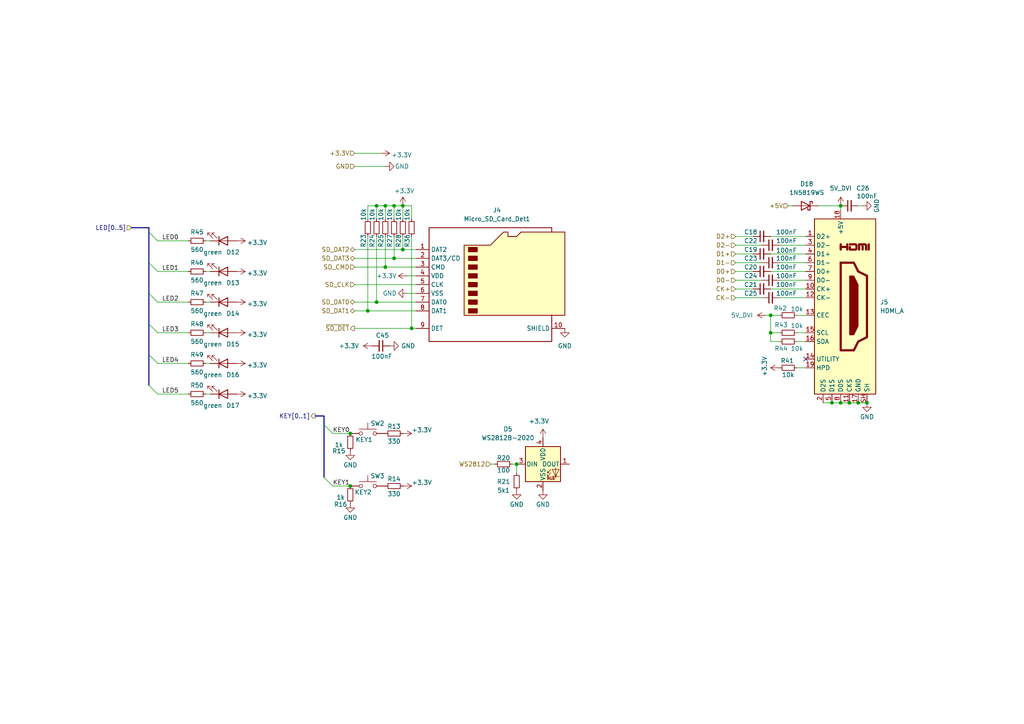
<source format=kicad_sch>
(kicad_sch (version 20250114) (generator "eeschema") (generator_version "9.0")
  (paper "A4")
  (lib_symbols
    (symbol "+3V3_1" (power) (pin_numbers (hide yes)) (pin_names (offset 0) (hide yes))
      (property "Value" "+3V3" (at 0 3.556 0))
      (symbol "+3V3_1_0_1"
        (polyline (pts (xy -0.762 1.27) (xy 0 2.54)))
        (polyline (pts (xy 0 2.54) (xy 0.762 1.27)))
        (polyline (pts (xy 0 0) (xy 0 2.54)))
      )
      (symbol "+3V3_1_1_1"
        (pin power_in line (at 0 0 90) (length 0) (name "~") (number "1"))
      )
    )
    (symbol "Connector:HDMI_A"
      (property "Reference" "J" (at -6.35 26.67 0))
      (property "Value" "HDMI_A" (at 10.16 26.67 0))
      (symbol "HDMI_A_0_0"
        (polyline (pts (xy 0 16.51) (xy 0 18.034) (xy 0 17.272) (xy 1.905 17.272) (xy 1.905 18.034) (xy 1.905 16.51)) (stroke (width 0.635)))
        (polyline (pts (xy 2.667 18.034) (xy 4.318 18.034) (xy 4.572 17.78) (xy 4.572 16.764) (xy 4.318 16.51) (xy 2.667 16.51) (xy 2.667 17.272)) (stroke (width 0.635)))
        (polyline (pts (xy 8.128 16.51) (xy 8.128 18.034)) (stroke (width 0.635)))
      )
      (symbol "HDMI_A_0_1"
        (rectangle (start -7.62 25.4) (end 10.16 -25.4) (stroke (width 0.254)) (fill (type background)))
        (polyline (pts (xy 0 12.7) (xy 0 -12.7) (xy 3.81 -12.7) (xy 5.08 -10.16) (xy 7.62 -8.89) (xy 7.62 8.89) (xy 5.08 10.16) (xy 3.81 12.7) (xy 0 12.7)) (stroke (width 0.635)))
        (polyline (pts (xy 2.54 8.89) (xy 3.81 8.89) (xy 5.08 6.35) (xy 5.08 -5.715) (xy 3.81 -8.255) (xy 2.54 -8.255) (xy 2.54 8.89)) (fill (type outline)))
        (polyline (pts (xy 5.334 16.51) (xy 5.334 18.034) (xy 6.35 18.034) (xy 6.35 16.51) (xy 6.35 18.034) (xy 7.112 18.034) (xy 7.366 17.78) (xy 7.366 16.51)) (stroke (width 0.635)))
      )
      (symbol "HDMI_A_1_1"
        (pin passive line (at -10.16 20.32 0) (length 2.54) (name "D2+") (number "1"))
        (pin passive line (at -10.16 17.78 0) (length 2.54) (name "D2-") (number "3"))
        (pin passive line (at -10.16 15.24 0) (length 2.54) (name "D1+") (number "4"))
        (pin passive line (at -10.16 12.7 0) (length 2.54) (name "D1-") (number "6"))
        (pin passive line (at -10.16 10.16 0) (length 2.54) (name "D0+") (number "7"))
        (pin passive line (at -10.16 7.62 0) (length 2.54) (name "D0-") (number "9"))
        (pin passive line (at -10.16 5.08 0) (length 2.54) (name "CK+") (number "10"))
        (pin passive line (at -10.16 2.54 0) (length 2.54) (name "CK-") (number "12"))
        (pin bidirectional line (at -10.16 -2.54 0) (length 2.54) (name "CEC") (number "13"))
        (pin passive line (at -10.16 -7.62 0) (length 2.54) (name "SCL") (number "15"))
        (pin bidirectional line (at -10.16 -10.16 0) (length 2.54) (name "SDA") (number "16"))
        (pin passive line (at -10.16 -15.24 0) (length 2.54) (name "UTILITY") (number "14"))
        (pin passive line (at -10.16 -17.78 0) (length 2.54) (name "HPD") (number "19"))
        (pin power_in line (at -5.08 -27.94 90) (length 2.54) (name "D2S") (number "2"))
        (pin power_in line (at -2.54 -27.94 90) (length 2.54) (name "D1S") (number "5"))
        (pin power_in line (at 0 27.94 270) (length 2.54) (name "+5V") (number "18"))
        (pin power_in line (at 0 -27.94 90) (length 2.54) (name "D0S") (number "8"))
        (pin power_in line (at 2.54 -27.94 90) (length 2.54) (name "CKS") (number "11"))
        (pin power_in line (at 5.08 -27.94 90) (length 2.54) (name "GND") (number "17"))
        (pin passive line (at 7.62 -27.94 90) (length 2.54) (name "SH") (number "SH"))
      )
    )
    (symbol "Connector:Micro_SD_Card_Det1"
      (property "Reference" "J" (at -16.51 17.78 0))
      (property "Value" "Micro_SD_Card_Det1" (at 16.51 17.78 0))
      (symbol "Micro_SD_Card_Det1_0_1"
        (polyline (pts (xy -8.89 -8.89) (xy -8.89 11.43) (xy -1.27 11.43) (xy 2.54 15.24) (xy 3.81 15.24) (xy 3.81 13.97) (xy 6.35 13.97) (xy 7.62 15.24) (xy 20.32 15.24) (xy 20.32 -8.89) (xy -8.89 -8.89)) (stroke (width 0.254)) (fill (type background)))
        (rectangle (start -7.62 10.795) (end -5.08 9.525) (stroke (width 0.254)) (fill (type outline)))
        (rectangle (start -7.62 8.255) (end -5.08 6.985) (stroke (width 0.254)) (fill (type outline)))
        (rectangle (start -7.62 5.715) (end -5.08 4.445) (stroke (width 0.254)) (fill (type outline)))
        (rectangle (start -7.62 3.175) (end -5.08 1.905) (stroke (width 0.254)) (fill (type outline)))
        (rectangle (start -7.62 0.635) (end -5.08 -0.635) (stroke (width 0.254)) (fill (type outline)))
        (rectangle (start -7.62 -1.905) (end -5.08 -3.175) (stroke (width 0.254)) (fill (type outline)))
        (rectangle (start -7.62 -4.445) (end -5.08 -5.715) (stroke (width 0.254)) (fill (type outline)))
        (rectangle (start -7.62 -6.985) (end -5.08 -8.255) (stroke (width 0.254)) (fill (type outline)))
        (polyline (pts (xy 16.51 15.24) (xy 16.51 16.51) (xy -19.05 16.51) (xy -19.05 -16.51) (xy 16.51 -16.51) (xy 16.51 -8.89)) (stroke (width 0.254)))
      )
      (symbol "Micro_SD_Card_Det1_1_1"
        (pin bidirectional line (at -22.86 10.16 0) (length 3.81) (name "DAT2") (number "1"))
        (pin bidirectional line (at -22.86 7.62 0) (length 3.81) (name "DAT3/CD") (number "2"))
        (pin input line (at -22.86 5.08 0) (length 3.81) (name "CMD") (number "3"))
        (pin power_in line (at -22.86 2.54 0) (length 3.81) (name "VDD") (number "4"))
        (pin input line (at -22.86 0 0) (length 3.81) (name "CLK") (number "5"))
        (pin power_in line (at -22.86 -2.54 0) (length 3.81) (name "VSS") (number "6"))
        (pin bidirectional line (at -22.86 -5.08 0) (length 3.81) (name "DAT0") (number "7"))
        (pin bidirectional line (at -22.86 -7.62 0) (length 3.81) (name "DAT1") (number "8"))
        (pin passive line (at -22.86 -12.7 0) (length 3.81) (name "DET") (number "9"))
        (pin passive line (at 20.32 -12.7 180) (length 3.81) (name "SHIELD") (number "10"))
      )
    )
    (symbol "Device:C_Small" (pin_numbers (hide yes)) (pin_names (offset 0.254) (hide yes))
      (property "Reference" "C" (at 0.254 1.778 0))
      (property "Value" "C_Small" (at 0.254 -2.032 0))
      (symbol "C_Small_0_1"
        (polyline (pts (xy -1.524 0.508) (xy 1.524 0.508)) (stroke (width 0.3048)))
        (polyline (pts (xy -1.524 -0.508) (xy 1.524 -0.508)) (stroke (width 0.3302)))
      )
      (symbol "C_Small_1_1"
        (pin passive line (at 0 2.54 270) (length 2.032) (name "~") (number "1"))
        (pin passive line (at 0 -2.54 90) (length 2.032) (name "~") (number "2"))
      )
    )
    (symbol "Device:LED" (pin_numbers (hide yes)) (pin_names (offset 1.016) (hide yes))
      (property "Reference" "D" (at 0 2.54 0))
      (property "Value" "LED" (at 0 -2.54 0))
      (symbol "LED_0_1"
        (polyline (pts (xy -3.048 -0.762) (xy -4.572 -2.286) (xy -3.81 -2.286) (xy -4.572 -2.286) (xy -4.572 -1.524)))
        (polyline (pts (xy -1.778 -0.762) (xy -3.302 -2.286) (xy -2.54 -2.286) (xy -3.302 -2.286) (xy -3.302 -1.524)))
        (polyline (pts (xy -1.27 0) (xy 1.27 0)))
        (polyline (pts (xy -1.27 -1.27) (xy -1.27 1.27)) (stroke (width 0.254)))
        (polyline (pts (xy 1.27 -1.27) (xy 1.27 1.27) (xy -1.27 0) (xy 1.27 -1.27)) (stroke (width 0.254)))
      )
      (symbol "LED_1_1"
        (pin passive line (at -3.81 0 0) (length 2.54) (name "K") (number "1"))
        (pin passive line (at 3.81 0 180) (length 2.54) (name "A") (number "2"))
      )
    )
    (symbol "Device:R_Small" (pin_numbers (hide yes)) (pin_names (offset 0.254) (hide yes))
      (property "Reference" "R" (at 0.762 0.508 0))
      (property "Value" "R_Small" (at 0.762 -1.016 0))
      (symbol "R_Small_0_1"
        (rectangle (start -0.762 1.778) (end 0.762 -1.778) (stroke (width 0.2032)))
      )
      (symbol "R_Small_1_1"
        (pin passive line (at 0 2.54 270) (length 0.762) (name "~") (number "1"))
        (pin passive line (at 0 -2.54 90) (length 0.762) (name "~") (number "2"))
      )
    )
    (symbol "Diode:1N5819WS" (pin_numbers (hide yes)) (pin_names (offset 1.016) (hide yes))
      (property "Reference" "D" (at 0 2.54 0))
      (property "Value" "1N5819WS" (at 0 -2.54 0))
      (symbol "1N5819WS_0_1"
        (polyline (pts (xy -1.905 0.635) (xy -1.905 1.27) (xy -1.27 1.27) (xy -1.27 -1.27) (xy -0.635 -1.27) (xy -0.635 -0.635)) (stroke (width 0.254)))
        (polyline (pts (xy 1.27 1.27) (xy 1.27 -1.27) (xy -1.27 0) (xy 1.27 1.27)) (stroke (width 0.254)))
        (polyline (pts (xy 1.27 0) (xy -1.27 0)))
      )
      (symbol "1N5819WS_1_1"
        (pin passive line (at -3.81 0 0) (length 2.54) (name "K") (number "1"))
        (pin passive line (at 3.81 0 180) (length 2.54) (name "A") (number "2"))
      )
    )
    (symbol "LED:WS2812B-2020" (pin_names (offset 0.254))
      (property "Reference" "D" (at 5.08 5.715 0))
      (property "Value" "WS2812B-2020" (at 1.27 -5.715 0))
      (symbol "WS2812B-2020_0_0"
        (text "RGB" (at 2.286 -4.191 0) (effects (font (size 0.762 0.762))))
      )
      (symbol "WS2812B-2020_0_1"
        (polyline (pts (xy 1.27 -2.54) (xy 1.778 -2.54)))
        (polyline (pts (xy 1.27 -3.556) (xy 1.778 -3.556)))
        (polyline (pts (xy 2.286 -1.524) (xy 1.27 -2.54) (xy 1.27 -2.032)))
        (polyline (pts (xy 2.286 -2.54) (xy 1.27 -3.556) (xy 1.27 -3.048)))
        (polyline (pts (xy 3.683 -1.016) (xy 3.683 -3.556) (xy 3.683 -4.064)))
        (polyline (pts (xy 4.699 -1.524) (xy 2.667 -1.524) (xy 3.683 -3.556) (xy 4.699 -1.524)))
        (polyline (pts (xy 4.699 -3.556) (xy 2.667 -3.556)))
        (rectangle (start 5.08 5.08) (end -5.08 -5.08) (stroke (width 0.254)) (fill (type background)))
      )
      (symbol "WS2812B-2020_1_1"
        (pin input line (at -7.62 0 0) (length 2.54) (name "DIN") (number "3"))
        (pin power_in line (at 0 7.62 270) (length 2.54) (name "VDD") (number "4"))
        (pin power_in line (at 0 -7.62 90) (length 2.54) (name "VSS") (number "2"))
        (pin output line (at 7.62 0 180) (length 2.54) (name "DOUT") (number "1"))
      )
    )
    (symbol "Switch:SW_Push" (pin_numbers (hide yes)) (pin_names (offset 1.016) (hide yes))
      (property "Reference" "SW" (at 1.27 2.54 0))
      (property "Value" "SW_Push" (at 0 -1.524 0))
      (symbol "SW_Push_0_1"
        (circle (center -2.032 0) (radius 0.508))
        (polyline (pts (xy 0 1.27) (xy 0 3.048)))
        (circle (center 2.032 0) (radius 0.508))
        (polyline (pts (xy 2.54 1.27) (xy -2.54 1.27)))
        (pin passive line (at -5.08 0 0) (length 2.54) (name "1") (number "1"))
        (pin passive line (at 5.08 0 180) (length 2.54) (name "2") (number "2"))
      )
    )
    (symbol "power:+5V" (power) (pin_numbers (hide yes)) (pin_names (offset 0) (hide yes))
      (property "Value" "+5V" (at 0 3.556 0))
      (symbol "+5V_0_1"
        (polyline (pts (xy -0.762 1.27) (xy 0 2.54)))
        (polyline (pts (xy 0 2.54) (xy 0.762 1.27)))
        (polyline (pts (xy 0 0) (xy 0 2.54)))
      )
      (symbol "+5V_1_1"
        (pin power_in line (at 0 0 90) (length 0) (name "~") (number "1"))
      )
    )
    (symbol "power:GND" (power) (pin_numbers (hide yes)) (pin_names (offset 0) (hide yes))
      (property "Value" "GND" (at 0 -3.81 0))
      (symbol "GND_0_1"
        (polyline (pts (xy 0 0) (xy 0 -1.27) (xy 1.27 -1.27) (xy 0 -2.54) (xy -1.27 -1.27) (xy 0 -1.27)))
      )
      (symbol "GND_1_1"
        (pin power_in line (at 0 0 270) (length 0) (name "~") (number "1"))
      )
    )
  )
  (junction (at 114.3 59.69))
  (junction (at 101.6 125.73))
  (junction (at 101.6 140.97))
  (junction (at 149.86 134.62))
  (junction (at 116.84 72.39))
  (junction (at 246.38 116.84))
  (junction (at 223.52 96.52))
  (junction (at 243.84 116.84))
  (junction (at 114.3 74.93))
  (junction (at 109.22 87.63))
  (junction (at 111.76 59.69))
  (junction (at 119.38 95.25))
  (junction (at 241.3 116.84))
  (junction (at 106.68 90.17))
  (junction (at 251.46 116.84))
  (junction (at 111.76 77.47))
  (junction (at 223.52 91.44))
  (junction (at 109.22 59.69))
  (junction (at 248.92 116.84))
  (junction (at 243.84 59.69))
  (junction (at 116.84 59.69))
  (no_connect (at 233.68 104.14))
  (bus_entry (at 43.18 85.09) (size 2.54 2.54))
  (bus_entry (at 43.18 76.2) (size 2.54 2.54))
  (bus_entry (at 93.98 123.19) (size 2.54 2.54))
  (bus_entry (at 43.18 67.31) (size 2.54 2.54))
  (bus_entry (at 43.18 111.76) (size 2.54 2.54))
  (bus_entry (at 93.98 138.43) (size 2.54 2.54))
  (bus_entry (at 43.18 102.87) (size 2.54 2.54))
  (bus_entry (at 43.18 93.98) (size 2.54 2.54))
  (wire (pts (xy 213.36 81.28) (xy 220.98 81.28)))
  (wire (pts (xy 250.19 59.69) (xy 248.92 59.69)))
  (wire (pts (xy 111.76 77.47) (xy 120.65 77.47)))
  (wire (pts (xy 116.84 72.39) (xy 120.65 72.39)))
  (wire (pts (xy 223.52 91.44) (xy 223.52 96.52)))
  (bus (pts (xy 43.18 102.87) (xy 43.18 111.76)))
  (wire (pts (xy 231.14 99.06) (xy 233.68 99.06)))
  (wire (pts (xy 226.06 81.28) (xy 233.68 81.28)))
  (wire (pts (xy 111.76 68.58) (xy 111.76 77.47)))
  (wire (pts (xy 111.76 59.69) (xy 114.3 59.69)))
  (wire (pts (xy 223.52 96.52) (xy 223.52 99.06)))
  (wire (pts (xy 119.38 95.25) (xy 120.65 95.25)))
  (wire (pts (xy 102.87 95.25) (xy 119.38 95.25)))
  (wire (pts (xy 223.52 83.82) (xy 233.68 83.82)))
  (wire (pts (xy 241.3 116.84) (xy 243.84 116.84)))
  (bus (pts (xy 91.44 120.65) (xy 93.98 120.65)))
  (wire (pts (xy 59.69 69.85) (xy 60.96 69.85)))
  (wire (pts (xy 106.68 59.69) (xy 109.22 59.69)))
  (wire (pts (xy 243.84 116.84) (xy 246.38 116.84)))
  (wire (pts (xy 59.69 78.74) (xy 60.96 78.74)))
  (wire (pts (xy 118.11 80.01) (xy 120.65 80.01)))
  (wire (pts (xy 110.49 44.45) (xy 102.87 44.45)))
  (wire (pts (xy 45.72 114.3) (xy 54.61 114.3)))
  (wire (pts (xy 59.69 96.52) (xy 60.96 96.52)))
  (bus (pts (xy 43.18 66.04) (xy 43.18 67.31)))
  (wire (pts (xy 213.36 86.36) (xy 220.98 86.36)))
  (wire (pts (xy 213.36 83.82) (xy 218.44 83.82)))
  (wire (pts (xy 213.36 76.2) (xy 220.98 76.2)))
  (wire (pts (xy 237.49 59.69) (xy 243.84 59.69)))
  (wire (pts (xy 114.3 59.69) (xy 114.3 63.5)))
  (wire (pts (xy 222.25 91.44) (xy 223.52 91.44)))
  (wire (pts (xy 149.86 134.62) (xy 149.86 137.16)))
  (wire (pts (xy 223.52 68.58) (xy 233.68 68.58)))
  (wire (pts (xy 109.22 59.69) (xy 111.76 59.69)))
  (wire (pts (xy 102.87 90.17) (xy 106.68 90.17)))
  (wire (pts (xy 59.69 114.3) (xy 60.96 114.3)))
  (wire (pts (xy 231.14 91.44) (xy 233.68 91.44)))
  (wire (pts (xy 116.84 68.58) (xy 116.84 72.39)))
  (wire (pts (xy 116.84 59.69) (xy 116.84 63.5)))
  (bus (pts (xy 43.18 93.98) (xy 43.18 102.87)))
  (wire (pts (xy 102.87 87.63) (xy 109.22 87.63)))
  (wire (pts (xy 226.06 71.12) (xy 233.68 71.12)))
  (wire (pts (xy 102.87 74.93) (xy 114.3 74.93)))
  (wire (pts (xy 223.52 78.74) (xy 233.68 78.74)))
  (bus (pts (xy 43.18 67.31) (xy 43.18 76.2)))
  (wire (pts (xy 223.52 73.66) (xy 233.68 73.66)))
  (bus (pts (xy 43.18 76.2) (xy 43.18 85.09)))
  (bus (pts (xy 93.98 123.19) (xy 93.98 138.43)))
  (wire (pts (xy 226.06 99.06) (xy 223.52 99.06)))
  (wire (pts (xy 213.36 73.66) (xy 218.44 73.66)))
  (wire (pts (xy 106.68 90.17) (xy 106.68 68.58)))
  (wire (pts (xy 96.52 140.97) (xy 101.6 140.97)))
  (wire (pts (xy 102.87 48.26) (xy 111.76 48.26)))
  (bus (pts (xy 38.1 66.04) (xy 43.18 66.04)))
  (wire (pts (xy 223.52 91.44) (xy 226.06 91.44)))
  (wire (pts (xy 102.87 72.39) (xy 116.84 72.39)))
  (wire (pts (xy 228.6 59.69) (xy 229.87 59.69)))
  (wire (pts (xy 111.76 59.69) (xy 111.76 63.5)))
  (wire (pts (xy 114.3 68.58) (xy 114.3 74.93)))
  (wire (pts (xy 118.11 85.09) (xy 120.65 85.09)))
  (wire (pts (xy 213.36 71.12) (xy 220.98 71.12)))
  (wire (pts (xy 213.36 78.74) (xy 218.44 78.74)))
  (wire (pts (xy 246.38 116.84) (xy 248.92 116.84)))
  (wire (pts (xy 109.22 68.58) (xy 109.22 87.63)))
  (wire (pts (xy 45.72 96.52) (xy 54.61 96.52)))
  (wire (pts (xy 109.22 87.63) (xy 120.65 87.63)))
  (wire (pts (xy 45.72 69.85) (xy 54.61 69.85)))
  (wire (pts (xy 223.52 96.52) (xy 226.06 96.52)))
  (wire (pts (xy 45.72 87.63) (xy 54.61 87.63)))
  (wire (pts (xy 114.3 74.93) (xy 120.65 74.93)))
  (wire (pts (xy 238.76 116.84) (xy 241.3 116.84)))
  (wire (pts (xy 119.38 59.69) (xy 119.38 63.5)))
  (wire (pts (xy 59.69 87.63) (xy 60.96 87.63)))
  (wire (pts (xy 213.36 68.58) (xy 218.44 68.58)))
  (wire (pts (xy 226.06 86.36) (xy 233.68 86.36)))
  (wire (pts (xy 96.52 125.73) (xy 101.6 125.73)))
  (wire (pts (xy 116.84 59.69) (xy 119.38 59.69)))
  (wire (pts (xy 45.72 78.74) (xy 54.61 78.74)))
  (wire (pts (xy 114.3 59.69) (xy 116.84 59.69)))
  (wire (pts (xy 243.84 59.69) (xy 243.84 60.96)))
  (wire (pts (xy 142.24 134.62) (xy 143.51 134.62)))
  (wire (pts (xy 231.14 96.52) (xy 233.68 96.52)))
  (wire (pts (xy 59.69 105.41) (xy 60.96 105.41)))
  (wire (pts (xy 102.87 77.47) (xy 111.76 77.47)))
  (bus (pts (xy 93.98 120.65) (xy 93.98 123.19)))
  (bus (pts (xy 43.18 85.09) (xy 43.18 93.98)))
  (wire (pts (xy 45.72 105.41) (xy 54.61 105.41)))
  (wire (pts (xy 106.68 90.17) (xy 120.65 90.17)))
  (wire (pts (xy 119.38 68.58) (xy 119.38 95.25)))
  (wire (pts (xy 226.06 76.2) (xy 233.68 76.2)))
  (wire (pts (xy 148.59 134.62) (xy 149.86 134.62)))
  (wire (pts (xy 109.22 59.69) (xy 109.22 63.5)))
  (wire (pts (xy 102.87 82.55) (xy 120.65 82.55)))
  (wire (pts (xy 231.14 106.68) (xy 233.68 106.68)))
  (wire (pts (xy 106.68 63.5) (xy 106.68 59.69)))
  (wire (pts (xy 248.92 116.84) (xy 251.46 116.84)))
  (label "LED1" (at 46.99 78.74 0))
  (label "LED2" (at 46.99 87.63 0))
  (label "KEY0" (at 96.52 125.73 0))
  (label "LED3" (at 46.99 96.52 0))
  (label "LED5" (at 46.99 114.3 0))
  (label "LED4" (at 46.99 105.41 0))
  (label "LED0" (at 46.99 69.85 0))
  (label "KEY1" (at 96.52 140.97 0))
  (hierarchical_label "LED[0..5]" (shape input) (at 38.1 66.04 180))
  (hierarchical_label "D0-" (shape input) (at 213.36 81.28 180))
  (hierarchical_label "CK-" (shape input) (at 213.36 86.36 180))
  (hierarchical_label "D0+" (shape input) (at 213.36 78.74 180))
  (hierarchical_label "SD_CLK" (shape input) (at 102.87 82.55 180))
  (hierarchical_label "WS2812" (shape input) (at 142.24 134.62 180))
  (hierarchical_label "D1+" (shape input) (at 213.36 73.66 180))
  (hierarchical_label "KEY[0..1]" (shape output) (at 91.44 120.65 180))
  (hierarchical_label "GND" (shape input) (at 102.87 48.26 180))
  (hierarchical_label "~{SD_DET}" (shape output) (at 102.87 95.25 180))
  (hierarchical_label "D2+" (shape input) (at 213.36 68.58 180))
  (hierarchical_label "+5V" (shape input) (at 228.6 59.69 180))
  (hierarchical_label "CK+" (shape input) (at 213.36 83.82 180))
  (hierarchical_label "D1-" (shape input) (at 213.36 76.2 180))
  (hierarchical_label "SD_DAT0" (shape bidirectional) (at 102.87 87.63 180))
  (hierarchical_label "D2-" (shape input) (at 213.36 71.12 180))
  (hierarchical_label "SD_DAT1" (shape bidirectional) (at 102.87 90.17 180))
  (hierarchical_label "SD_CMD" (shape input) (at 102.87 77.47 180))
  (hierarchical_label "+3.3V" (shape input) (at 102.87 44.45 180))
  (hierarchical_label "SD_DAT3" (shape bidirectional) (at 102.87 74.93 180))
  (hierarchical_label "SD_DAT2" (shape bidirectional) (at 102.87 72.39 180))
  (symbol (lib_id "power:GND") (at 251.46 116.84 0) (unit 1)
    (property "Reference" "#PWR086" (effects (hide yes)))
    (property "Value" "GND" (at 251.46 120.904 0))
  )
  (symbol (lib_id "Device:LED") (at 64.77 78.74 0) (mirror x) (unit 1)
    (property "Reference" "D13" (at 67.564 82.042 0))
    (property "Value" "green" (at 61.722 82.042 0))
    (property "Footprint" "LED_SMD:LED_0805_2012Metric" (effects (hide yes)))
    (property "Description" "Light emitting diode" (effects (hide yes)))
    (property "Sim.Pins" "1=K 2=A" (effects (hide yes)))
    (property "LCSC" "C2297" (effects (hide yes)))
  )
  (symbol (lib_id "power:GND") (at 149.86 142.24 0) (unit 1)
    (property "Reference" "#PWR064" (effects (hide yes)))
    (property "Value" "GND" (at 149.86 146.304 0))
  )
  (symbol (lib_id "power:GND") (at 163.83 95.25 0) (unit 1)
    (property "Reference" "#PWR088" (effects (hide yes)))
    (property "Value" "GND" (at 163.83 100.33 0))
  )
  (symbol (lib_id "Device:R_Small") (at 101.6 128.27 0) (mirror y) (unit 1)
    (property "Reference" "R15" (at 98.298 130.81 0))
    (property "Value" "1k" (at 98.298 129.032 0))
    (property "Footprint" "Resistor_SMD:R_0402_1005Metric" (effects (hide yes)))
    (property "LCSC" "C11702" (effects (hide yes)))
  )
  (symbol (lib_id "Device:R_Small") (at 146.05 134.62 90) (unit 1)
    (property "Reference" "R20" (at 146.05 132.842 90))
    (property "Value" "100" (at 146.05 136.398 90))
    (property "Footprint" "Resistor_SMD:R_0402_1005Metric" (effects (hide yes)))
    (property "LCSC" "C11702" (effects (hide yes)))
  )
  (symbol (lib_name "+3V3_1") (lib_id "power:+3V3") (at 116.84 125.73 270) (unit 1)
    (property "Reference" "#PWR040" (effects (hide yes)))
    (property "Value" "+3.3V" (at 119.38 124.714 90) (effects (justify left)))
    (property "Description" "Power symbol creates a global label with name \"+3V3\"" (effects (hide yes)))
  )
  (symbol (lib_id "Device:C_Small") (at 223.52 71.12 90) (unit 1)
    (property "Reference" "C22" (at 219.71 69.85 90) (effects (justify left)))
    (property "Value" "100nF" (at 231.1399 69.85 90) (effects (justify left)))
    (property "Footprint" "Capacitor_SMD:C_0402_1005Metric" (effects (hide yes)))
    (property "LCSC" "C1525" (effects (hide yes)))
  )
  (symbol (lib_id "power:GND") (at 157.48 142.24 0) (unit 1)
    (property "Reference" "#PWR067" (effects (hide yes)))
    (property "Value" "GND" (at 157.48 146.304 0))
  )
  (symbol (lib_id "Device:R_Small") (at 57.15 87.63 90) (unit 1)
    (property "Reference" "R47" (at 57.15 85.09 90))
    (property "Value" "560" (at 57.15 90.17 90))
    (property "Footprint" "Resistor_SMD:R_0402_1005Metric" (effects (hide yes)))
    (property "LCSC" "C163460" (effects (hide yes)))
  )
  (symbol (lib_id "Device:C_Small") (at 110.49 100.33 270) (unit 1)
    (property "Reference" "C45" (at 108.966 97.282 90) (effects (justify left)))
    (property "Value" "100nF" (at 107.696 103.378 90) (effects (justify left)))
    (property "Footprint" "Capacitor_SMD:C_0402_1005Metric" (effects (hide yes)))
    (property "LCSC" "C1525" (effects (hide yes)))
  )
  (symbol (lib_id "Switch:SW_Push") (at 106.68 125.73 0) (mirror y) (unit 1)
    (property "Reference" "SW2" (at 107.442 122.809 0) (effects (justify right)))
    (property "Value" "KEY1" (at 103.124 127.508 0) (effects (justify right)))
    (property "Footprint" "Button_Switch_SMD:SW_SPST_TL3342" (effects (hide yes)))
    (property "LCSC" "C318884" (effects (hide yes)))
  )
  (symbol (lib_name "+3V3_1") (lib_id "power:+3V3") (at 68.58 114.3 270) (unit 1)
    (property "Reference" "#PWR0138" (effects (hide yes)))
    (property "Value" "+3.3V" (at 71.628 114.808 90) (effects (justify left)))
    (property "Description" "Power symbol creates a global label with name \"+3V3\"" (effects (hide yes)))
  )
  (symbol (lib_id "Device:LED") (at 64.77 96.52 0) (mirror x) (unit 1)
    (property "Reference" "D15" (at 67.564 99.822 0))
    (property "Value" "green" (at 61.722 99.822 0))
    (property "Footprint" "LED_SMD:LED_0805_2012Metric" (effects (hide yes)))
    (property "Description" "Light emitting diode" (effects (hide yes)))
    (property "Sim.Pins" "1=K 2=A" (effects (hide yes)))
    (property "LCSC" "C2297" (effects (hide yes)))
  )
  (symbol (lib_id "Device:C_Small") (at 220.98 68.58 90) (unit 1)
    (property "Reference" "C18" (at 219.7099 67.31 90) (effects (justify left)))
    (property "Value" "100nF" (at 231.14 67.31 90) (effects (justify left)))
    (property "Footprint" "Capacitor_SMD:C_0402_1005Metric" (effects (hide yes)))
    (property "LCSC" "C1525" (effects (hide yes)))
  )
  (symbol (lib_id "Device:R_Small") (at 57.15 114.3 90) (unit 1)
    (property "Reference" "R50" (at 57.15 111.76 90))
    (property "Value" "560" (at 57.15 116.84 90))
    (property "Footprint" "Resistor_SMD:R_0402_1005Metric" (effects (hide yes)))
    (property "LCSC" "C163460" (effects (hide yes)))
  )
  (symbol (lib_id "Device:R_Small") (at 116.84 66.04 0) (unit 1)
    (property "Reference" "R28" (at 115.57 69.85 90))
    (property "Value" "10k" (at 115.57 62.23 90))
    (property "Footprint" "Resistor_SMD:R_0402_1005Metric" (effects (hide yes)))
    (property "LCSC" "C11702" (effects (hide yes)))
  )
  (symbol (lib_id "Device:R_Small") (at 228.6 96.52 270) (unit 1)
    (property "Reference" "R43" (at 226.568 94.234 90))
    (property "Value" "10k" (at 231.14 94.488 90))
    (property "Footprint" "Resistor_SMD:R_0402_1005Metric" (effects (hide yes)))
  )
  (symbol (lib_id "Switch:SW_Push") (at 106.68 140.97 0) (mirror y) (unit 1)
    (property "Reference" "SW3" (at 107.442 138.049 0) (effects (justify right)))
    (property "Value" "KEY2" (at 102.87 142.748 0) (effects (justify right)))
    (property "Footprint" "Button_Switch_SMD:SW_SPST_TL3342" (effects (hide yes)))
    (property "LCSC" "C318884" (effects (hide yes)))
  )
  (symbol (lib_name "+3V3_1") (lib_id "power:+3V3") (at 68.58 87.63 270) (unit 1)
    (property "Reference" "#PWR0134" (effects (hide yes)))
    (property "Value" "+3.3V" (at 71.628 88.138 90) (effects (justify left)))
    (property "Description" "Power symbol creates a global label with name \"+3V3\"" (effects (hide yes)))
  )
  (symbol (lib_name "+3V3_1") (lib_id "power:+3V3") (at 118.11 80.01 90) (mirror x) (unit 1)
    (property "Reference" "#PWR078" (effects (hide yes)))
    (property "Value" "+3.3V" (at 115.062 80.01 90) (effects (justify left)))
    (property "Description" "Power symbol creates a global label with name \"+3V3\"" (effects (hide yes)))
  )
  (symbol (lib_id "Device:LED") (at 64.77 105.41 0) (mirror x) (unit 1)
    (property "Reference" "D16" (at 67.564 108.712 0))
    (property "Value" "green" (at 61.722 108.712 0))
    (property "Footprint" "LED_SMD:LED_0805_2012Metric" (effects (hide yes)))
    (property "Description" "Light emitting diode" (effects (hide yes)))
    (property "Sim.Pins" "1=K 2=A" (effects (hide yes)))
    (property "LCSC" "C2297" (effects (hide yes)))
  )
  (symbol (lib_id "Connector:HDMI_A") (at 243.84 88.9 0) (unit 1)
    (property "Reference" "J5" (at 255.27 87.6299 0) (effects (justify left)))
    (property "Value" "HDMI_A" (at 255.27 90.1699 0) (effects (justify left)))
    (property "Footprint" "Connector_Video:HDMI_A_Molex_208658-1001_Horizontal" (effects (hide yes)))
    (property "Datasheet" "https://en.wikipedia.org/wiki/HDMI" (effects (hide yes)))
    (property "Description" "HDMI type A connector" (effects (hide yes)))
  )
  (symbol (lib_id "power:+5V") (at 243.84 59.69 0) (unit 1)
    (property "Reference" "#PWR0131" (effects (hide yes)))
    (property "Value" "5V_DVI" (at 243.84 54.61 0))
    (property "Description" "Power symbol creates a global label with name \"+5V\"" (effects (hide yes)))
  )
  (symbol (lib_name "+3V3_1") (lib_id "power:+3V3") (at 116.84 140.97 270) (unit 1)
    (property "Reference" "#PWR041" (effects (hide yes)))
    (property "Value" "+3.3V" (at 119.38 139.954 90) (effects (justify left)))
    (property "Description" "Power symbol creates a global label with name \"+3V3\"" (effects (hide yes)))
  )
  (symbol (lib_id "Device:C_Small") (at 223.52 86.36 90) (unit 1)
    (property "Reference" "C25" (at 219.71 85.09 90) (effects (justify left)))
    (property "Value" "100nF" (at 231.1399 85.09 90) (effects (justify left)))
    (property "Footprint" "Capacitor_SMD:C_0402_1005Metric" (effects (hide yes)))
    (property "LCSC" "C1525" (effects (hide yes)))
  )
  (symbol (lib_id "Device:R_Small") (at 228.6 106.68 90) (unit 1)
    (property "Reference" "R41" (at 228.346 104.648 90))
    (property "Value" "10k" (at 228.6 108.712 90))
    (property "Footprint" "Resistor_SMD:R_0402_1005Metric" (effects (hide yes)))
  )
  (symbol (lib_id "Device:R_Small") (at 228.6 91.44 270) (unit 1)
    (property "Reference" "R42" (at 226.314 89.408 90))
    (property "Value" "10k" (at 231.14 89.662 90))
    (property "Footprint" "Resistor_SMD:R_0402_1005Metric" (effects (hide yes)))
  )
  (symbol (lib_id "Device:C_Small") (at 223.52 81.28 90) (unit 1)
    (property "Reference" "C24" (at 219.71 80.01 90) (effects (justify left)))
    (property "Value" "100nF" (at 231.1399 80.01 90) (effects (justify left)))
    (property "Footprint" "Capacitor_SMD:C_0402_1005Metric" (effects (hide yes)))
    (property "LCSC" "C1525" (effects (hide yes)))
  )
  (symbol (lib_id "power:+5V") (at 222.25 91.44 90) (unit 1)
    (property "Reference" "#PWR0132" (effects (hide yes)))
    (property "Value" "5V_DVI" (at 218.44 91.4399 90) (effects (justify left)))
    (property "Description" "Power symbol creates a global label with name \"+5V\"" (effects (hide yes)))
  )
  (symbol (lib_name "+3V3_1") (lib_id "power:+3V3") (at 116.84 59.69 0) (unit 1)
    (property "Reference" "#PWR0140" (effects (hide yes)))
    (property "Value" "+3.3V" (at 114.3 55.372 0) (effects (justify left)))
    (property "Description" "Power symbol creates a global label with name \"+3V3\"" (effects (hide yes)))
  )
  (symbol (lib_name "+3V3_1") (lib_id "power:+3V3") (at 68.58 105.41 270) (unit 1)
    (property "Reference" "#PWR0137" (effects (hide yes)))
    (property "Value" "+3.3V" (at 71.628 105.918 90) (effects (justify left)))
    (property "Description" "Power symbol creates a global label with name \"+3V3\"" (effects (hide yes)))
  )
  (symbol (lib_id "Device:C_Small") (at 220.98 73.66 90) (unit 1)
    (property "Reference" "C19" (at 219.7099 72.39 90) (effects (justify left)))
    (property "Value" "100nF" (at 231.14 72.644 90) (effects (justify left)))
    (property "Footprint" "Capacitor_SMD:C_0402_1005Metric" (effects (hide yes)))
    (property "LCSC" "C1525" (effects (hide yes)))
  )
  (symbol (lib_id "Device:R_Small") (at 109.22 66.04 0) (unit 1)
    (property "Reference" "R24" (at 107.95 69.85 90))
    (property "Value" "10k" (at 107.95 62.23 90))
    (property "Footprint" "Resistor_SMD:R_0402_1005Metric" (effects (hide yes)))
    (property "LCSC" "C11702" (effects (hide yes)))
  )
  (symbol (lib_id "Device:R_Small") (at 228.6 99.06 270) (unit 1)
    (property "Reference" "R44" (at 226.568 101.092 90))
    (property "Value" "10k" (at 231.14 101.092 90))
    (property "Footprint" "Resistor_SMD:R_0402_1005Metric" (effects (hide yes)))
  )
  (symbol (lib_id "Device:C_Small") (at 220.98 83.82 90) (unit 1)
    (property "Reference" "C21" (at 219.7099 82.55 90) (effects (justify left)))
    (property "Value" "100nF" (at 231.14 82.55 90) (effects (justify left)))
    (property "Footprint" "Capacitor_SMD:C_0402_1005Metric" (effects (hide yes)))
    (property "LCSC" "C1525" (effects (hide yes)))
  )
  (symbol (lib_id "Device:C_Small") (at 220.98 78.74 90) (unit 1)
    (property "Reference" "C20" (at 219.7099 77.47 90) (effects (justify left)))
    (property "Value" "100nF" (at 231.14 77.47 90) (effects (justify left)))
    (property "Footprint" "Capacitor_SMD:C_0402_1005Metric" (effects (hide yes)))
    (property "LCSC" "C1525" (effects (hide yes)))
  )
  (symbol (lib_id "Device:R_Small") (at 57.15 78.74 90) (unit 1)
    (property "Reference" "R46" (at 57.15 76.2 90))
    (property "Value" "560" (at 57.15 81.28 90))
    (property "Footprint" "Resistor_SMD:R_0402_1005Metric" (effects (hide yes)))
    (property "LCSC" "C163460" (effects (hide yes)))
  )
  (symbol (lib_id "Device:R_Small") (at 149.86 139.7 180) (unit 1)
    (property "Reference" "R21" (at 146.05 139.7 0))
    (property "Value" "5k1" (at 146.05 142.24 0))
    (property "Footprint" "Resistor_SMD:R_0402_1005Metric" (effects (hide yes)))
    (property "LCSC" "C11702" (effects (hide yes)))
  )
  (symbol (lib_id "Device:R_Small") (at 106.68 66.04 0) (unit 1)
    (property "Reference" "R23" (at 105.41 69.85 90))
    (property "Value" "10k" (at 105.41 62.23 90))
    (property "Footprint" "Resistor_SMD:R_0402_1005Metric" (effects (hide yes)))
    (property "LCSC" "C11702" (effects (hide yes)))
  )
  (symbol (lib_name "+3V3_1") (lib_id "power:+3V3") (at 110.49 44.45 270) (unit 1)
    (property "Reference" "#PWR037" (effects (hide yes)))
    (property "Value" "+3.3V" (at 113.538 44.958 90) (effects (justify left)))
    (property "Description" "Power symbol creates a global label with name \"+3V3\"" (effects (hide yes)))
  )
  (symbol (lib_id "Device:R_Small") (at 57.15 96.52 90) (unit 1)
    (property "Reference" "R48" (at 57.15 93.98 90))
    (property "Value" "560" (at 57.15 99.06 90))
    (property "Footprint" "Resistor_SMD:R_0402_1005Metric" (effects (hide yes)))
    (property "LCSC" "C163460" (effects (hide yes)))
  )
  (symbol (lib_id "power:GND") (at 101.6 146.05 0) (mirror y) (unit 1)
    (property "Reference" "#PWR043" (effects (hide yes)))
    (property "Value" "GND" (at 99.568 150.114 0) (effects (justify right)))
    (property "Description" "Power symbol creates a global label with name \"GND\" , ground" (effects (hide yes)))
  )
  (symbol (lib_id "Device:LED") (at 64.77 87.63 0) (mirror x) (unit 1)
    (property "Reference" "D14" (at 67.564 90.932 0))
    (property "Value" "green" (at 61.722 90.932 0))
    (property "Footprint" "LED_SMD:LED_0805_2012Metric" (effects (hide yes)))
    (property "Description" "Light emitting diode" (effects (hide yes)))
    (property "Sim.Pins" "1=K 2=A" (effects (hide yes)))
    (property "LCSC" "C2297" (effects (hide yes)))
  )
  (symbol (lib_id "Device:LED") (at 64.77 114.3 0) (mirror x) (unit 1)
    (property "Reference" "D17" (at 67.564 117.602 0))
    (property "Value" "green" (at 61.722 117.602 0))
    (property "Footprint" "LED_SMD:LED_0805_2012Metric" (effects (hide yes)))
    (property "Description" "Light emitting diode" (effects (hide yes)))
    (property "Sim.Pins" "1=K 2=A" (effects (hide yes)))
    (property "LCSC" "C2297" (effects (hide yes)))
  )
  (symbol (lib_name "+3V3_1") (lib_id "power:+3V3") (at 107.95 100.33 90) (mirror x) (unit 1)
    (property "Reference" "#PWR0139" (effects (hide yes)))
    (property "Value" "+3.3V" (at 104.14 100.33 90) (effects (justify left)))
    (property "Description" "Power symbol creates a global label with name \"+3V3\"" (effects (hide yes)))
  )
  (symbol (lib_id "Device:R_Small") (at 114.3 66.04 0) (unit 1)
    (property "Reference" "R27" (at 113.03 69.85 90))
    (property "Value" "10k" (at 113.03 62.23 90))
    (property "Footprint" "Resistor_SMD:R_0402_1005Metric" (effects (hide yes)))
    (property "LCSC" "C11702" (effects (hide yes)))
  )
  (symbol (lib_id "power:GND") (at 118.11 85.09 270) (unit 1)
    (property "Reference" "#PWR079" (effects (hide yes)))
    (property "Value" "GND" (at 113.03 85.09 90))
  )
  (symbol (lib_id "power:GND") (at 111.76 48.26 90) (unit 1)
    (property "Reference" "#PWR038" (effects (hide yes)))
    (property "Value" "GND" (at 116.586 48.26 90))
  )
  (symbol (lib_name "+3V3_1") (lib_id "power:+3V3") (at 157.48 127 0) (mirror y) (unit 1)
    (property "Reference" "#PWR066" (effects (hide yes)))
    (property "Value" "+3.3V" (at 159.258 122.174 0) (effects (justify left)))
    (property "Description" "Power symbol creates a global label with name \"+3V3\"" (effects (hide yes)))
  )
  (symbol (lib_id "Device:LED") (at 64.77 69.85 0) (mirror x) (unit 1)
    (property "Reference" "D12" (at 67.564 73.152 0))
    (property "Value" "green" (at 61.722 73.152 0))
    (property "Footprint" "LED_SMD:LED_0805_2012Metric" (effects (hide yes)))
    (property "Description" "Light emitting diode" (effects (hide yes)))
    (property "Sim.Pins" "1=K 2=A" (effects (hide yes)))
    (property "LCSC" "C2297" (effects (hide yes)))
  )
  (symbol (lib_name "+3V3_1") (lib_id "power:+3V3") (at 68.58 78.74 270) (unit 1)
    (property "Reference" "#PWR080" (effects (hide yes)))
    (property "Value" "+3.3V" (at 71.628 79.248 90) (effects (justify left)))
    (property "Description" "Power symbol creates a global label with name \"+3V3\"" (effects (hide yes)))
  )
  (symbol (lib_id "Device:R_Small") (at 114.3 140.97 270) (mirror x) (unit 1)
    (property "Reference" "R14" (at 114.3 138.938 90))
    (property "Value" "330" (at 114.3 143.256 90))
    (property "Footprint" "Resistor_SMD:R_0402_1005Metric" (effects (hide yes)))
  )
  (symbol (lib_id "Device:R_Small") (at 114.3 125.73 270) (mirror x) (unit 1)
    (property "Reference" "R13" (at 114.3 123.698 90))
    (property "Value" "330" (at 114.3 128.016 90))
    (property "Footprint" "Resistor_SMD:R_0402_1005Metric" (effects (hide yes)))
  )
  (symbol (lib_name "+3V3_1") (lib_id "power:+3V3") (at 226.06 106.68 90) (unit 1)
    (property "Reference" "#PWR017" (effects (hide yes)))
    (property "Value" "+3.3V" (at 221.742 109.22 0) (effects (justify left)))
    (property "Description" "Power symbol creates a global label with name \"+3V3\"" (effects (hide yes)))
  )
  (symbol (lib_id "Connector:Micro_SD_Card_Det1") (at 143.51 82.55 0) (unit 1)
    (property "Reference" "J4" (at 144.145 60.96 0))
    (property "Value" "Micro_SD_Card_Det1" (at 144.145 63.5 0))
    (property "Footprint" "Footprints:TF-015" (effects (hide yes)))
    (property "Datasheet" "https://datasheet.lcsc.com/lcsc/2110151630_XKB-Connectivity-XKTF-015-N_C381082.pdf" (effects (hide yes)))
    (property "Description" "Micro SD Card Socket with one card detection pin" (effects (hide yes)))
    (property "LCSC Part #" "C393941" (effects (hide yes)))
  )
  (symbol (lib_id "Device:C_Small") (at 223.52 76.2 90) (unit 1)
    (property "Reference" "C23" (at 219.71 74.93 90) (effects (justify left)))
    (property "Value" "100nF" (at 231.1399 74.93 90) (effects (justify left)))
    (property "Footprint" "Capacitor_SMD:C_0402_1005Metric" (effects (hide yes)))
    (property "LCSC" "C1525" (effects (hide yes)))
  )
  (symbol (lib_id "Device:C_Small") (at 246.38 59.69 90) (unit 1)
    (property "Reference" "C26" (at 252.222 54.61 90) (effects (justify left)))
    (property "Value" "100nF" (at 254.508 56.896 90) (effects (justify left)))
    (property "Footprint" "Capacitor_SMD:C_0402_1005Metric" (effects (hide yes)))
    (property "LCSC" "C1525" (effects (hide yes)))
  )
  (symbol (lib_id "power:GND") (at 101.6 130.81 0) (mirror y) (unit 1)
    (property "Reference" "#PWR042" (effects (hide yes)))
    (property "Value" "GND" (at 99.568 134.874 0) (effects (justify right)))
    (property "Description" "Power symbol creates a global label with name \"GND\" , ground" (effects (hide yes)))
  )
  (symbol (lib_id "Device:R_Small") (at 119.38 66.04 0) (unit 1)
    (property "Reference" "R36" (at 118.11 69.85 90))
    (property "Value" "10k" (at 118.11 62.23 90))
    (property "Footprint" "Resistor_SMD:R_0402_1005Metric" (effects (hide yes)))
    (property "LCSC" "C11702" (effects (hide yes)))
  )
  (symbol (lib_id "Device:R_Small") (at 57.15 69.85 90) (unit 1)
    (property "Reference" "R45" (at 57.15 67.31 90))
    (property "Value" "560" (at 57.15 72.39 90))
    (property "Footprint" "Resistor_SMD:R_0402_1005Metric" (effects (hide yes)))
    (property "LCSC" "C163460" (effects (hide yes)))
  )
  (symbol (lib_id "LED:WS2812B-2020") (at 157.48 134.62 0) (unit 1)
    (property "Reference" "D5" (at 147.32 124.46 0))
    (property "Value" "WS2812B-2020" (at 147.32 127 0))
    (property "Footprint" "LED_SMD:LED_WS2812B-2020_PLCC4_2.0x2.0mm" (effects (hide yes)))
    (property "Datasheet" "https://cdn-shop.adafruit.com/product-files/4684/4684_WS2812B-2020_V1.3_EN.pdf" (effects (hide yes)))
    (property "Description" "RGB LED with integrated controller, 2.0 x 2.0 mm, 12 mA" (effects (hide yes)))
  )
  (symbol (lib_id "power:GND") (at 250.19 59.69 90) (unit 1)
    (property "Reference" "#PWR085" (effects (hide yes)))
    (property "Value" "GND" (at 254.254 59.69 0))
  )
  (symbol (lib_id "power:GND") (at 113.03 100.33 90) (unit 1)
    (property "Reference" "#PWR0141" (effects (hide yes)))
    (property "Value" "GND" (at 118.364 100.33 90))
  )
  (symbol (lib_name "+3V3_1") (lib_id "power:+3V3") (at 68.58 69.85 270) (unit 1)
    (property "Reference" "#PWR0135" (effects (hide yes)))
    (property "Value" "+3.3V" (at 71.628 70.358 90) (effects (justify left)))
    (property "Description" "Power symbol creates a global label with name \"+3V3\"" (effects (hide yes)))
  )
  (symbol (lib_id "Diode:1N5819WS") (at 233.68 59.69 0) (mirror y) (unit 1)
    (property "Reference" "D18" (at 233.9975 53.34 0))
    (property "Value" "1N5819WS" (at 233.9975 55.88 0))
    (property "Footprint" "Diode_SMD:D_SOD-323" (effects (hide yes)))
    (property "Datasheet" "https://datasheet.lcsc.com/lcsc/2204281430_Guangdong-Hottech-1N5819WS_C191023.pdf" (effects (hide yes)))
    (property "Description" "40V 600mV@1A 1A SOD-323 Schottky Barrier Diodes, SOD-323" (effects (hide yes)))
  )
  (symbol (lib_id "Device:R_Small") (at 57.15 105.41 90) (unit 1)
    (property "Reference" "R49" (at 57.15 102.87 90))
    (property "Value" "560" (at 57.15 107.95 90))
    (property "Footprint" "Resistor_SMD:R_0402_1005Metric" (effects (hide yes)))
    (property "LCSC" "C163460" (effects (hide yes)))
  )
  (symbol (lib_id "Device:R_Small") (at 111.76 66.04 0) (unit 1)
    (property "Reference" "R25" (at 110.49 69.85 90))
    (property "Value" "10k" (at 110.49 62.23 90))
    (property "Footprint" "Resistor_SMD:R_0402_1005Metric" (effects (hide yes)))
    (property "LCSC" "C11702" (effects (hide yes)))
  )
  (symbol (lib_name "+3V3_1") (lib_id "power:+3V3") (at 68.58 96.52 270) (unit 1)
    (property "Reference" "#PWR0136" (effects (hide yes)))
    (property "Value" "+3.3V" (at 71.628 97.028 90) (effects (justify left)))
    (property "Description" "Power symbol creates a global label with name \"+3V3\"" (effects (hide yes)))
  )
  (symbol (lib_id "Device:R_Small") (at 101.6 143.51 0) (mirror y) (unit 1)
    (property "Reference" "R16" (at 98.806 146.304 0))
    (property "Value" "1k" (at 98.806 144.272 0))
    (property "Footprint" "Resistor_SMD:R_0402_1005Metric" (effects (hide yes)))
    (property "LCSC" "C11702" (effects (hide yes)))
  )
)
</source>
